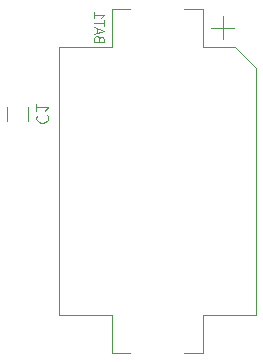
<source format=gbr>
%TF.GenerationSoftware,KiCad,Pcbnew,(5.99.0-1365-gd87daebb2)*%
%TF.CreationDate,2020-06-05T15:16:42+02:00*%
%TF.ProjectId,LORA_ATTINY_v3,4c4f5241-5f41-4545-9449-4e595f76332e,rev?*%
%TF.SameCoordinates,Original*%
%TF.FileFunction,Legend,Bot*%
%TF.FilePolarity,Positive*%
%FSLAX46Y46*%
G04 Gerber Fmt 4.6, Leading zero omitted, Abs format (unit mm)*
G04 Created by KiCad (PCBNEW (5.99.0-1365-gd87daebb2)) date 2020-06-05 15:16:42*
%MOMM*%
%LPD*%
G01*
G04 APERTURE LIST*
%ADD10C,0.120000*%
G04 APERTURE END LIST*
X112609285Y-36734428D02*
X112609285Y-36353476D01*
X112942619Y-36591571D02*
X112085476Y-36591571D01*
X111990238Y-36543952D01*
X111942619Y-36448714D01*
X111942619Y-36353476D01*
X112609285Y-36163000D02*
X112609285Y-35782047D01*
X112942619Y-36020142D02*
X112085476Y-36020142D01*
X111990238Y-35972523D01*
X111942619Y-35877285D01*
X111942619Y-35782047D01*
X112609285Y-35020142D02*
X111799761Y-35020142D01*
X111704523Y-35067761D01*
X111656904Y-35115380D01*
X111609285Y-35210619D01*
X111609285Y-35353476D01*
X111656904Y-35448714D01*
X111990238Y-35020142D02*
X111942619Y-35115380D01*
X111942619Y-35305857D01*
X111990238Y-35401095D01*
X112037857Y-35448714D01*
X112133095Y-35496333D01*
X112418809Y-35496333D01*
X112514047Y-35448714D01*
X112561666Y-35401095D01*
X112609285Y-35305857D01*
X112609285Y-35115380D01*
X112561666Y-35020142D01*
X112609285Y-34639190D02*
X111942619Y-34448714D01*
X112418809Y-34258238D01*
X111942619Y-34067761D01*
X112609285Y-33877285D01*
X112037857Y-33496333D02*
X111990238Y-33448714D01*
X111942619Y-33496333D01*
X111990238Y-33543952D01*
X112037857Y-33496333D01*
X111942619Y-33496333D01*
X111942619Y-32591571D02*
X112942619Y-32591571D01*
X111990238Y-32591571D02*
X111942619Y-32686809D01*
X111942619Y-32877285D01*
X111990238Y-32972523D01*
X112037857Y-33020142D01*
X112133095Y-33067761D01*
X112418809Y-33067761D01*
X112514047Y-33020142D01*
X112561666Y-32972523D01*
X112609285Y-32877285D01*
X112609285Y-32686809D01*
X112561666Y-32591571D01*
X111990238Y-31734428D02*
X111942619Y-31829666D01*
X111942619Y-32020142D01*
X111990238Y-32115380D01*
X112085476Y-32163000D01*
X112466428Y-32163000D01*
X112561666Y-32115380D01*
X112609285Y-32020142D01*
X112609285Y-31829666D01*
X112561666Y-31734428D01*
X112466428Y-31686809D01*
X112371190Y-31686809D01*
X112275952Y-32163000D01*
X108088180Y-43844152D02*
X108802466Y-43844152D01*
X108945323Y-43796533D01*
X109040561Y-43701295D01*
X109088180Y-43558438D01*
X109088180Y-43463200D01*
X109088180Y-44796533D02*
X109088180Y-44320342D01*
X108088180Y-44320342D01*
X108992942Y-45701295D02*
X109040561Y-45653676D01*
X109088180Y-45510819D01*
X109088180Y-45415580D01*
X109040561Y-45272723D01*
X108945323Y-45177485D01*
X108850085Y-45129866D01*
X108659609Y-45082247D01*
X108516752Y-45082247D01*
X108326276Y-45129866D01*
X108231038Y-45177485D01*
X108135800Y-45272723D01*
X108088180Y-45415580D01*
X108088180Y-45510819D01*
X108135800Y-45653676D01*
X108183419Y-45701295D01*
X108088180Y-46415580D02*
X108802466Y-46415580D01*
X108945323Y-46367961D01*
X109040561Y-46272723D01*
X109088180Y-46129866D01*
X109088180Y-46034628D01*
X109088180Y-47367961D02*
X109088180Y-46891771D01*
X108088180Y-46891771D01*
X108992942Y-48272723D02*
X109040561Y-48225104D01*
X109088180Y-48082247D01*
X109088180Y-47987009D01*
X109040561Y-47844152D01*
X108945323Y-47748914D01*
X108850085Y-47701295D01*
X108659609Y-47653676D01*
X108516752Y-47653676D01*
X108326276Y-47701295D01*
X108231038Y-47748914D01*
X108135800Y-47844152D01*
X108088180Y-47987009D01*
X108088180Y-48082247D01*
X108135800Y-48225104D01*
X108183419Y-48272723D01*
X108088180Y-48987009D02*
X108802466Y-48987009D01*
X108945323Y-48939390D01*
X109040561Y-48844152D01*
X109088180Y-48701295D01*
X109088180Y-48606057D01*
X109088180Y-49939390D02*
X109088180Y-49463200D01*
X108088180Y-49463200D01*
X108992942Y-50844152D02*
X109040561Y-50796533D01*
X109088180Y-50653676D01*
X109088180Y-50558438D01*
X109040561Y-50415580D01*
X108945323Y-50320342D01*
X108850085Y-50272723D01*
X108659609Y-50225104D01*
X108516752Y-50225104D01*
X108326276Y-50272723D01*
X108231038Y-50320342D01*
X108135800Y-50415580D01*
X108088180Y-50558438D01*
X108088180Y-50653676D01*
X108135800Y-50796533D01*
X108183419Y-50844152D01*
X108088180Y-51558438D02*
X108802466Y-51558438D01*
X108945323Y-51510819D01*
X109040561Y-51415580D01*
X109088180Y-51272723D01*
X109088180Y-51177485D01*
X109088180Y-52510819D02*
X109088180Y-52034628D01*
X108088180Y-52034628D01*
X108992942Y-53415580D02*
X109040561Y-53367961D01*
X109088180Y-53225104D01*
X109088180Y-53129866D01*
X109040561Y-52987009D01*
X108945323Y-52891771D01*
X108850085Y-52844152D01*
X108659609Y-52796533D01*
X108516752Y-52796533D01*
X108326276Y-52844152D01*
X108231038Y-52891771D01*
X108135800Y-52987009D01*
X108088180Y-53129866D01*
X108088180Y-53225104D01*
X108135800Y-53367961D01*
X108183419Y-53415580D01*
X113089428Y-62455428D02*
X113089428Y-61598285D01*
X111589428Y-62026857D02*
X113089428Y-62026857D01*
X111589428Y-61098285D02*
X112589428Y-61098285D01*
X113089428Y-61098285D02*
X113018000Y-61169714D01*
X112946571Y-61098285D01*
X113018000Y-61026857D01*
X113089428Y-61098285D01*
X112946571Y-61098285D01*
X112589428Y-60384000D02*
X111589428Y-60384000D01*
X112446571Y-60384000D02*
X112518000Y-60312571D01*
X112589428Y-60169714D01*
X112589428Y-59955428D01*
X112518000Y-59812571D01*
X112375142Y-59741142D01*
X111589428Y-59741142D01*
X112589428Y-59169714D02*
X111589428Y-58812571D01*
X112589428Y-58455428D02*
X111589428Y-58812571D01*
X111232285Y-58955428D01*
X111160857Y-59026857D01*
X111089428Y-59169714D01*
X111589428Y-57169714D02*
X111589428Y-57884000D01*
X113089428Y-57884000D01*
X111589428Y-56455428D02*
X111660857Y-56598285D01*
X111732285Y-56669714D01*
X111875142Y-56741142D01*
X112303714Y-56741142D01*
X112446571Y-56669714D01*
X112518000Y-56598285D01*
X112589428Y-56455428D01*
X112589428Y-56241142D01*
X112518000Y-56098285D01*
X112446571Y-56026857D01*
X112303714Y-55955428D01*
X111875142Y-55955428D01*
X111732285Y-56026857D01*
X111660857Y-56098285D01*
X111589428Y-56241142D01*
X111589428Y-56455428D01*
X111589428Y-55312571D02*
X112589428Y-55312571D01*
X112303714Y-55312571D02*
X112446571Y-55241142D01*
X112518000Y-55169714D01*
X112589428Y-55026857D01*
X112589428Y-54884000D01*
X111589428Y-53741142D02*
X112375142Y-53741142D01*
X112518000Y-53812571D01*
X112589428Y-53955428D01*
X112589428Y-54241142D01*
X112518000Y-54384000D01*
X111660857Y-53741142D02*
X111589428Y-53884000D01*
X111589428Y-54241142D01*
X111660857Y-54384000D01*
X111803714Y-54455428D01*
X111946571Y-54455428D01*
X112089428Y-54384000D01*
X112160857Y-54241142D01*
X112160857Y-53884000D01*
X112232285Y-53741142D01*
X112589428Y-52026857D02*
X111589428Y-51669714D01*
X112589428Y-51312571D01*
X113089428Y-50884000D02*
X113089428Y-49955428D01*
X112518000Y-50455428D01*
X112518000Y-50241142D01*
X112446571Y-50098285D01*
X112375142Y-50026857D01*
X112232285Y-49955428D01*
X111875142Y-49955428D01*
X111732285Y-50026857D01*
X111660857Y-50098285D01*
X111589428Y-50241142D01*
X111589428Y-50669714D01*
X111660857Y-50812571D01*
X111732285Y-50884000D01*
D10*
%TO.C,BAT1*%
X106593000Y-58721000D02*
X106593000Y-61921000D01*
X106593000Y-61921000D02*
X105043000Y-61921000D01*
X111093000Y-58721000D02*
X106593000Y-58721000D01*
X111093000Y-58721000D02*
X111093000Y-37821000D01*
X109293000Y-36021000D02*
X106593000Y-36021000D01*
X111093000Y-37821000D02*
X109293000Y-36021000D01*
X106593000Y-36021000D02*
X106593000Y-32821000D01*
X106593000Y-32821000D02*
X105043000Y-32821000D01*
X98893000Y-36021000D02*
X98893000Y-32821000D01*
X98893000Y-32821000D02*
X100443000Y-32821000D01*
X98893000Y-58721000D02*
X98893000Y-61921000D01*
X98893000Y-61921000D02*
X100443000Y-61921000D01*
X94393000Y-36021000D02*
X94393000Y-58721000D01*
X94393000Y-36021000D02*
X98893000Y-36021000D01*
X94393000Y-58721000D02*
X98893000Y-58721000D01*
X107270800Y-34396680D02*
X109270800Y-34396680D01*
X108290360Y-35385760D02*
X108290360Y-33385760D01*
%TO.C,C1*%
X90022000Y-41090436D02*
X90022000Y-42294564D01*
X91842000Y-41090436D02*
X91842000Y-42294564D01*
%TO.C,BAT1*%
X97847142Y-35337628D02*
X97809047Y-35223342D01*
X97770952Y-35185247D01*
X97694761Y-35147152D01*
X97580476Y-35147152D01*
X97504285Y-35185247D01*
X97466190Y-35223342D01*
X97428095Y-35299533D01*
X97428095Y-35604295D01*
X98228095Y-35604295D01*
X98228095Y-35337628D01*
X98190000Y-35261438D01*
X98151904Y-35223342D01*
X98075714Y-35185247D01*
X97999523Y-35185247D01*
X97923333Y-35223342D01*
X97885238Y-35261438D01*
X97847142Y-35337628D01*
X97847142Y-35604295D01*
X97656666Y-34842390D02*
X97656666Y-34461438D01*
X97428095Y-34918580D02*
X98228095Y-34651914D01*
X97428095Y-34385247D01*
X98228095Y-34232866D02*
X98228095Y-33775723D01*
X97428095Y-34004295D02*
X98228095Y-34004295D01*
X97428095Y-33090009D02*
X97428095Y-33547152D01*
X97428095Y-33318580D02*
X98228095Y-33318580D01*
X98113809Y-33394771D01*
X98037619Y-33470961D01*
X97999523Y-33547152D01*
%TO.C,C1*%
X92606857Y-41822666D02*
X92559238Y-41870285D01*
X92511619Y-42013142D01*
X92511619Y-42108380D01*
X92559238Y-42251238D01*
X92654476Y-42346476D01*
X92749714Y-42394095D01*
X92940190Y-42441714D01*
X93083047Y-42441714D01*
X93273523Y-42394095D01*
X93368761Y-42346476D01*
X93464000Y-42251238D01*
X93511619Y-42108380D01*
X93511619Y-42013142D01*
X93464000Y-41870285D01*
X93416380Y-41822666D01*
X92511619Y-40870285D02*
X92511619Y-41441714D01*
X92511619Y-41156000D02*
X93511619Y-41156000D01*
X93368761Y-41251238D01*
X93273523Y-41346476D01*
X93225904Y-41441714D01*
%TD*%
M02*

</source>
